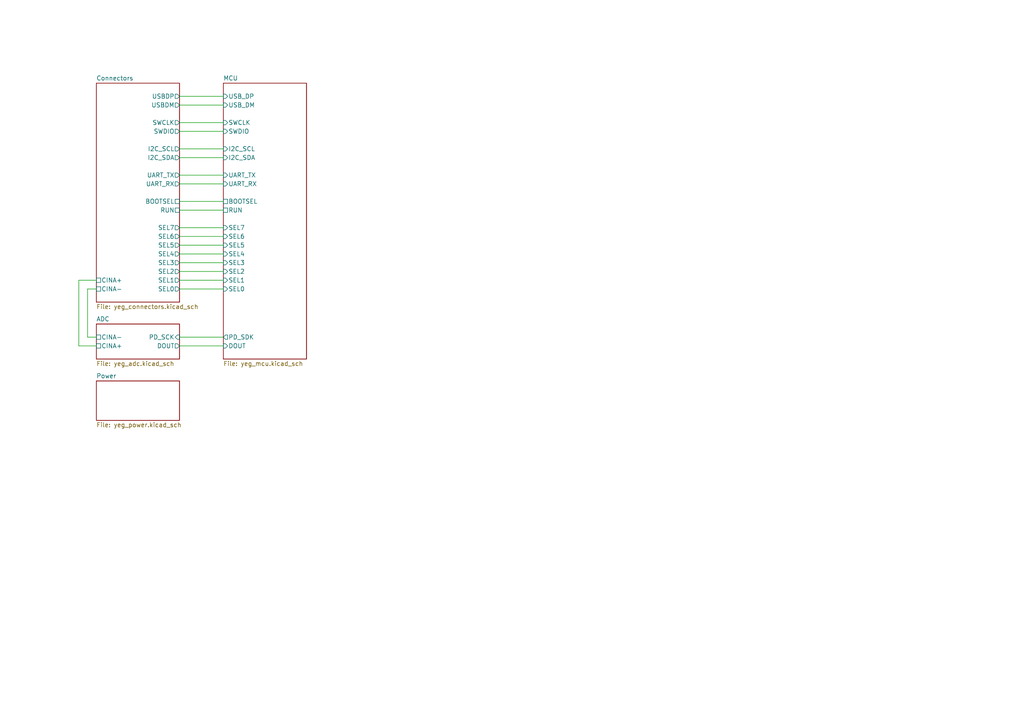
<source format=kicad_sch>
(kicad_sch (version 20230121) (generator eeschema)

  (uuid 604583a6-ca13-4149-8bee-f0d87eb4e654)

  (paper "A4")

  (title_block
    (title "Yet Another EEG Device")
    (date "2024-01-02")
    (rev "4")
    (company "Yet Another AI Ltd.")
    (comment 1 "Proudly Designed by Shenghao (Delton) DING")
  )

  (lib_symbols
  )


  (wire (pts (xy 52.07 38.1) (xy 64.77 38.1))
    (stroke (width 0) (type default))
    (uuid 0417108d-2417-49ee-97ab-f230a017c2ee)
  )
  (wire (pts (xy 25.4 83.82) (xy 25.4 97.79))
    (stroke (width 0) (type default))
    (uuid 10ac7a53-6d1a-4362-8050-bb104699ea48)
  )
  (wire (pts (xy 52.07 83.82) (xy 64.77 83.82))
    (stroke (width 0) (type default))
    (uuid 159b7b66-c49c-4394-b729-1492a472c12b)
  )
  (wire (pts (xy 22.86 81.28) (xy 27.94 81.28))
    (stroke (width 0) (type default))
    (uuid 163b3851-1870-40eb-bd57-fe80a401526a)
  )
  (wire (pts (xy 27.94 100.33) (xy 22.86 100.33))
    (stroke (width 0) (type default))
    (uuid 2245693e-c500-4a13-b9a8-00de2f2ccb17)
  )
  (wire (pts (xy 52.07 27.94) (xy 64.77 27.94))
    (stroke (width 0) (type default))
    (uuid 26e707b4-4aef-4067-b29b-213d195e0e9a)
  )
  (wire (pts (xy 52.07 58.42) (xy 64.77 58.42))
    (stroke (width 0) (type default))
    (uuid 2c058291-e113-4ba3-b0c9-4e8ea674c497)
  )
  (wire (pts (xy 52.07 66.04) (xy 64.77 66.04))
    (stroke (width 0) (type default))
    (uuid 30378dd7-87a4-453b-a2f0-b87c481a0713)
  )
  (wire (pts (xy 52.07 73.66) (xy 64.77 73.66))
    (stroke (width 0) (type default))
    (uuid 30828d58-a5e0-4d1d-8f15-b341437db856)
  )
  (wire (pts (xy 52.07 35.56) (xy 64.77 35.56))
    (stroke (width 0) (type default))
    (uuid 31aa59fe-f780-4dcb-95bc-c632f8dd1101)
  )
  (wire (pts (xy 52.07 53.34) (xy 64.77 53.34))
    (stroke (width 0) (type default))
    (uuid 337ce376-3f5a-491e-9f90-b61feab4b541)
  )
  (wire (pts (xy 52.07 68.58) (xy 64.77 68.58))
    (stroke (width 0) (type default))
    (uuid 3fc645ee-1711-412d-a679-9a3253b93701)
  )
  (wire (pts (xy 52.07 45.72) (xy 64.77 45.72))
    (stroke (width 0) (type default))
    (uuid 46c6f8a7-291e-4ae7-ad42-300633bab037)
  )
  (wire (pts (xy 27.94 83.82) (xy 25.4 83.82))
    (stroke (width 0) (type default))
    (uuid 47d5bb2c-ffed-481f-838a-464db5fd2099)
  )
  (wire (pts (xy 52.07 71.12) (xy 64.77 71.12))
    (stroke (width 0) (type default))
    (uuid 4e49e596-4329-4c8f-83a3-e11479ba446b)
  )
  (wire (pts (xy 52.07 100.33) (xy 64.77 100.33))
    (stroke (width 0) (type default))
    (uuid 5505c07c-fd33-45c7-ad9e-210feac7b3df)
  )
  (wire (pts (xy 52.07 30.48) (xy 64.77 30.48))
    (stroke (width 0) (type default))
    (uuid 5f44bee0-ea99-4dbe-9590-a28fef939a85)
  )
  (wire (pts (xy 52.07 76.2) (xy 64.77 76.2))
    (stroke (width 0) (type default))
    (uuid 7bf51682-99f1-4c66-88db-7333ae3cbe8a)
  )
  (wire (pts (xy 52.07 81.28) (xy 64.77 81.28))
    (stroke (width 0) (type default))
    (uuid 7e938653-c5fe-4fd0-a79a-6eb98aba7f4e)
  )
  (wire (pts (xy 52.07 50.8) (xy 64.77 50.8))
    (stroke (width 0) (type default))
    (uuid 90814bd9-e0e8-47fe-887d-052d93661707)
  )
  (wire (pts (xy 52.07 43.18) (xy 64.77 43.18))
    (stroke (width 0) (type default))
    (uuid 9cb04043-7b9f-4011-9a13-7ff8eb5f998d)
  )
  (wire (pts (xy 52.07 97.79) (xy 64.77 97.79))
    (stroke (width 0) (type default))
    (uuid bfb17837-74c2-4698-8753-dd2037e57bb3)
  )
  (wire (pts (xy 22.86 100.33) (xy 22.86 81.28))
    (stroke (width 0) (type default))
    (uuid cc665a67-6130-457e-aec5-9cefdefe60d3)
  )
  (wire (pts (xy 52.07 78.74) (xy 64.77 78.74))
    (stroke (width 0) (type default))
    (uuid d090f05b-d378-401e-9901-5025c11f4aef)
  )
  (wire (pts (xy 25.4 97.79) (xy 27.94 97.79))
    (stroke (width 0) (type default))
    (uuid ec9de3cb-3056-4309-921a-51b354fb73a4)
  )
  (wire (pts (xy 52.07 60.96) (xy 64.77 60.96))
    (stroke (width 0) (type default))
    (uuid efd11c85-9244-4649-a920-68901a714a0e)
  )

  (sheet (at 64.77 24.13) (size 24.13 80.01) (fields_autoplaced)
    (stroke (width 0.1524) (type solid))
    (fill (color 0 0 0 0.0000))
    (uuid 11dbf791-4211-4804-925b-511f6cc806b6)
    (property "Sheetname" "MCU" (at 64.77 23.4184 0)
      (effects (font (size 1.27 1.27)) (justify left bottom))
    )
    (property "Sheetfile" "yeg_mcu.kicad_sch" (at 64.77 104.7246 0)
      (effects (font (size 1.27 1.27)) (justify left top))
    )
    (pin "USB_DP" input (at 64.77 27.94 180)
      (effects (font (size 1.27 1.27)) (justify left))
      (uuid 6f483843-a2e2-48b9-9e55-f47d910e8556)
    )
    (pin "BOOTSEL" passive (at 64.77 58.42 180)
      (effects (font (size 1.27 1.27)) (justify left))
      (uuid 040fc897-8f4e-43f6-91d8-cb485d7ad89b)
    )
    (pin "RUN" passive (at 64.77 60.96 180)
      (effects (font (size 1.27 1.27)) (justify left))
      (uuid 696558a0-fbc5-4bbb-942b-194b37ac8bc2)
    )
    (pin "USB_DM" input (at 64.77 30.48 180)
      (effects (font (size 1.27 1.27)) (justify left))
      (uuid e1b7d2fd-b9cb-47f9-87c8-6df38f176585)
    )
    (pin "PD_SDK" output (at 64.77 97.79 180)
      (effects (font (size 1.27 1.27)) (justify left))
      (uuid b98b55e4-ac7c-49a3-9478-18bc1fa5c77a)
    )
    (pin "DOUT" input (at 64.77 100.33 180)
      (effects (font (size 1.27 1.27)) (justify left))
      (uuid b54b8193-faeb-404e-aa90-af921a436d1e)
    )
    (pin "SWCLK" input (at 64.77 35.56 180)
      (effects (font (size 1.27 1.27)) (justify left))
      (uuid 5d711da4-d451-4c50-a299-a8df4c6bac29)
    )
    (pin "SWDIO" input (at 64.77 38.1 180)
      (effects (font (size 1.27 1.27)) (justify left))
      (uuid 0591e479-2265-4700-9017-6d9690b91bf3)
    )
    (pin "I2C_SCL" input (at 64.77 43.18 180)
      (effects (font (size 1.27 1.27)) (justify left))
      (uuid 12c754cf-0e6b-4d2c-96d8-3c756c10c6bc)
    )
    (pin "I2C_SDA" input (at 64.77 45.72 180)
      (effects (font (size 1.27 1.27)) (justify left))
      (uuid 8347c24b-4e5b-4398-a5a1-8e218b2a1545)
    )
    (pin "UART_TX" input (at 64.77 50.8 180)
      (effects (font (size 1.27 1.27)) (justify left))
      (uuid dd2bdc47-8bb3-46d9-8e53-b5c4cd186c9d)
    )
    (pin "UART_RX" input (at 64.77 53.34 180)
      (effects (font (size 1.27 1.27)) (justify left))
      (uuid 928c2b86-dc91-4248-a22f-fd2675593080)
    )
    (pin "SEL5" input (at 64.77 71.12 180)
      (effects (font (size 1.27 1.27)) (justify left))
      (uuid a16cbe03-74a7-40f9-8735-63211015d92d)
    )
    (pin "SEL4" input (at 64.77 73.66 180)
      (effects (font (size 1.27 1.27)) (justify left))
      (uuid cb45611f-d708-4ff9-a9b1-5919c7c46df2)
    )
    (pin "SEL3" input (at 64.77 76.2 180)
      (effects (font (size 1.27 1.27)) (justify left))
      (uuid a46f986a-9195-4d50-8db4-aed125488bc9)
    )
    (pin "SEL2" input (at 64.77 78.74 180)
      (effects (font (size 1.27 1.27)) (justify left))
      (uuid c5429778-41ab-4ac9-8e1f-4bbc41518c14)
    )
    (pin "SEL1" input (at 64.77 81.28 180)
      (effects (font (size 1.27 1.27)) (justify left))
      (uuid 34abc110-d44c-47e9-ad99-4fadc77f2847)
    )
    (pin "SEL0" input (at 64.77 83.82 180)
      (effects (font (size 1.27 1.27)) (justify left))
      (uuid 37dbde2c-ee2f-467e-b0c9-c7699ad7c4c8)
    )
    (pin "SEL6" input (at 64.77 68.58 180)
      (effects (font (size 1.27 1.27)) (justify left))
      (uuid 05a2e5b1-ca12-4ce9-b20d-b98363b4ef54)
    )
    (pin "SEL7" input (at 64.77 66.04 180)
      (effects (font (size 1.27 1.27)) (justify left))
      (uuid ccc7a5e6-4a4a-4b48-9406-8eb9b363608b)
    )
    (instances
      (project "yeg"
        (path "/604583a6-ca13-4149-8bee-f0d87eb4e654" (page "5"))
      )
    )
  )

  (sheet (at 27.94 110.49) (size 24.13 11.43) (fields_autoplaced)
    (stroke (width 0.1524) (type solid))
    (fill (color 0 0 0 0.0000))
    (uuid ca9e50ba-e718-4ce3-88f0-86b5fdd5fb0a)
    (property "Sheetname" "Power" (at 27.94 109.7784 0)
      (effects (font (size 1.27 1.27)) (justify left bottom))
    )
    (property "Sheetfile" "yeg_power.kicad_sch" (at 27.94 122.5046 0)
      (effects (font (size 1.27 1.27)) (justify left top))
    )
    (instances
      (project "yeg"
        (path "/604583a6-ca13-4149-8bee-f0d87eb4e654" (page "2"))
      )
    )
  )

  (sheet (at 27.94 93.98) (size 24.13 10.16) (fields_autoplaced)
    (stroke (width 0.1524) (type solid))
    (fill (color 0 0 0 0.0000))
    (uuid d00971fe-2c6b-418e-afc0-a21e0be0fe44)
    (property "Sheetname" "ADC" (at 27.94 93.2684 0)
      (effects (font (size 1.27 1.27)) (justify left bottom))
    )
    (property "Sheetfile" "yeg_adc.kicad_sch" (at 27.94 104.7246 0)
      (effects (font (size 1.27 1.27)) (justify left top))
    )
    (pin "DOUT" output (at 52.07 100.33 0)
      (effects (font (size 1.27 1.27)) (justify right))
      (uuid 0470f4a6-c318-4cf2-9173-2d7be311d061)
    )
    (pin "PD_SCK" input (at 52.07 97.79 0)
      (effects (font (size 1.27 1.27)) (justify right))
      (uuid dc944afe-8a22-4ed6-ac26-601cfa88adf4)
    )
    (pin "CINA-" passive (at 27.94 97.79 180)
      (effects (font (size 1.27 1.27)) (justify left))
      (uuid af74d498-8d52-4abe-9f15-2706d3f39618)
    )
    (pin "CINA+" passive (at 27.94 100.33 180)
      (effects (font (size 1.27 1.27)) (justify left))
      (uuid a5a47f00-d47d-4166-9fa5-e7ed9017392c)
    )
    (instances
      (project "yeg"
        (path "/604583a6-ca13-4149-8bee-f0d87eb4e654" (page "4"))
      )
    )
  )

  (sheet (at 27.94 24.13) (size 24.13 63.5) (fields_autoplaced)
    (stroke (width 0.1524) (type solid))
    (fill (color 0 0 0 0.0000))
    (uuid fad419ef-7bae-4f79-9f30-84b01c6582ec)
    (property "Sheetname" "Connectors" (at 27.94 23.4184 0)
      (effects (font (size 1.27 1.27)) (justify left bottom))
    )
    (property "Sheetfile" "yeg_connectors.kicad_sch" (at 27.94 88.2146 0)
      (effects (font (size 1.27 1.27)) (justify left top))
    )
    (pin "USBDP" output (at 52.07 27.94 0)
      (effects (font (size 1.27 1.27)) (justify right))
      (uuid db388078-5d29-4e7a-a851-8a5a7d26ae88)
    )
    (pin "USBDM" output (at 52.07 30.48 0)
      (effects (font (size 1.27 1.27)) (justify right))
      (uuid 47f078b6-a381-4c60-9cc8-760e49bc5881)
    )
    (pin "BOOTSEL" passive (at 52.07 58.42 0)
      (effects (font (size 1.27 1.27)) (justify right))
      (uuid 423eaf35-329c-46ad-9fcf-9d4e9c13f509)
    )
    (pin "RUN" passive (at 52.07 60.96 0)
      (effects (font (size 1.27 1.27)) (justify right))
      (uuid 44ee935b-2ac7-49f9-b236-7b8b6a96fc72)
    )
    (pin "SWDIO" output (at 52.07 38.1 0)
      (effects (font (size 1.27 1.27)) (justify right))
      (uuid 36e6f164-7814-4325-96c4-43dad1e59995)
    )
    (pin "SWCLK" output (at 52.07 35.56 0)
      (effects (font (size 1.27 1.27)) (justify right))
      (uuid a1d74ce8-94d0-4905-8529-fb6530a6e404)
    )
    (pin "UART_RX" output (at 52.07 53.34 0)
      (effects (font (size 1.27 1.27)) (justify right))
      (uuid d87b6fc9-ab7c-4422-b897-c070b6837b1e)
    )
    (pin "UART_TX" output (at 52.07 50.8 0)
      (effects (font (size 1.27 1.27)) (justify right))
      (uuid 3d4264df-fda6-4776-b67e-ccc022dd975c)
    )
    (pin "I2C_SCL" output (at 52.07 43.18 0)
      (effects (font (size 1.27 1.27)) (justify right))
      (uuid 77a6256c-7407-4b93-b7b1-1a5bd99f378c)
    )
    (pin "I2C_SDA" output (at 52.07 45.72 0)
      (effects (font (size 1.27 1.27)) (justify right))
      (uuid 30c5fbbb-a13d-4e5a-a48c-fd54dfd56074)
    )
    (pin "CINA-" passive (at 27.94 83.82 180)
      (effects (font (size 1.27 1.27)) (justify left))
      (uuid 3bfea334-7a38-4a0d-bb28-4d467cc67634)
    )
    (pin "CINA+" passive (at 27.94 81.28 180)
      (effects (font (size 1.27 1.27)) (justify left))
      (uuid 4d2cc57a-4d2e-4064-945a-3103fd97e24f)
    )
    (pin "SEL7" output (at 52.07 66.04 0)
      (effects (font (size 1.27 1.27)) (justify right))
      (uuid 290f6c60-af44-4c93-996d-92bc4f0214ca)
    )
    (pin "SEL3" output (at 52.07 76.2 0)
      (effects (font (size 1.27 1.27)) (justify right))
      (uuid 7d0b60d6-48da-4113-85df-02919b1621bf)
    )
    (pin "SEL6" output (at 52.07 68.58 0)
      (effects (font (size 1.27 1.27)) (justify right))
      (uuid 055e6db1-807c-4f9e-aa92-6bbcce34d922)
    )
    (pin "SEL5" output (at 52.07 71.12 0)
      (effects (font (size 1.27 1.27)) (justify right))
      (uuid 399b43c4-0f71-4cbb-b890-70e0eedf04b5)
    )
    (pin "SEL4" output (at 52.07 73.66 0)
      (effects (font (size 1.27 1.27)) (justify right))
      (uuid ed98dbf0-2dd6-498e-9e1e-70e2618891b1)
    )
    (pin "SEL1" output (at 52.07 81.28 0)
      (effects (font (size 1.27 1.27)) (justify right))
      (uuid a8bebfa6-166a-4947-9dd8-bbf74cc23784)
    )
    (pin "SEL0" output (at 52.07 83.82 0)
      (effects (font (size 1.27 1.27)) (justify right))
      (uuid 993eb7ba-0e87-4140-baec-c7d7ca97ac70)
    )
    (pin "SEL2" output (at 52.07 78.74 0)
      (effects (font (size 1.27 1.27)) (justify right))
      (uuid e30a88d2-0f98-4678-80ce-815019330064)
    )
    (instances
      (project "yeg"
        (path "/604583a6-ca13-4149-8bee-f0d87eb4e654" (page "3"))
      )
    )
  )

  (sheet_instances
    (path "/" (page "1"))
  )
)

</source>
